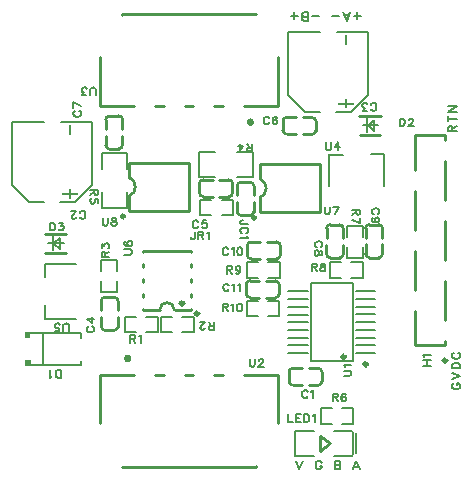
<source format=gto>
G04 Layer: TopSilkscreenLayer*
G04 EasyEDA Pro v2.1.35.b8f67982.0908df, 2023-11-24 13:13:42*
G04 Gerber Generator version 0.3*
G04 Scale: 100 percent, Rotated: No, Reflected: No*
G04 Dimensions in millimeters*
G04 Leading zeros omitted, absolute positions, 3 integers and 3 decimals*
%FSLAX33Y33*%
%MOMM*%
%ADD10C,0.203*%
%ADD11C,0.152*%
%ADD12C,0.127*%
%ADD13C,0.254*%
%ADD14C,0.2*%
%ADD15C,0.3007*%
%ADD16C,0.3*%
G75*


G04 Text Start*
G54D10*
G01X5385Y-18674D02*
G01X5652Y-19375D01*
G01X5918Y-18674D02*
G01X5652Y-19375D01*
G01X7529Y-18842D02*
G01X7496Y-18776D01*
G01X7430Y-18710D01*
G01X7361Y-18674D01*
G01X7229D01*
G01X7160Y-18710D01*
G01X7094Y-18776D01*
G01X7061Y-18842D01*
G01X7028Y-18941D01*
G01Y-19108D01*
G01X7061Y-19210D01*
G01X7094Y-19276D01*
G01X7160Y-19342D01*
G01X7229Y-19375D01*
G01X7361D01*
G01X7430Y-19342D01*
G01X7496Y-19276D01*
G01X7529Y-19210D01*
G01Y-19108D01*
G01X7361Y-19108D02*
G01X7529Y-19108D01*
G01X8639Y-18674D02*
G01X8639Y-19375D01*
G01X8639Y-18674D02*
G01X8938Y-18674D01*
G01X9040Y-18710D01*
G01X9073Y-18743D01*
G01X9106Y-18809D01*
G01Y-18875D01*
G01X9073Y-18941D01*
G01X9040Y-18976D01*
G01X8938Y-19009D01*
G01X8639Y-19009D02*
G01X8938Y-19009D01*
G01X9040Y-19042D01*
G01X9073Y-19075D01*
G01X9106Y-19141D01*
G01Y-19243D01*
G01X9073Y-19309D01*
G01X9040Y-19342D01*
G01X8938Y-19375D01*
G01X8639D01*
G01X10483Y-18674D02*
G01X10216Y-19375D01*
G01X10483Y-18674D02*
G01X10749Y-19375D01*
G01X10315Y-19141D02*
G01X10650Y-19141D01*
G01X10571Y18725D02*
G01X10571Y19324D01*
G01X10871Y19025D02*
G01X10272Y19025D01*
G01X9642Y18623D02*
G01X9909Y19324D01*
G01X9642Y18623D02*
G01X9375Y19324D01*
G01X9809Y19091D02*
G01X9474Y19091D01*
G01X9012Y19025D02*
G01X8412Y19025D01*
G01X7303Y19025D02*
G01X6703Y19025D01*
G01X6340Y18623D02*
G01X6340Y19324D01*
G01X6340Y18623D02*
G01X6040Y18623D01*
G01X5941Y18659D01*
G01X5906Y18692D01*
G01X5872Y18758D01*
G01Y18824D01*
G01X5906Y18890D01*
G01X5941Y18926D01*
G01X6040Y18959D01*
G01X6340Y18959D02*
G01X6040Y18959D01*
G01X5941Y18992D01*
G01X5906Y19025D01*
G01X5872Y19091D01*
G01Y19192D01*
G01X5906Y19258D01*
G01X5941Y19291D01*
G01X6040Y19324D01*
G01X6340D01*
G01X5210Y18725D02*
G01X5210Y19324D01*
G01X5509Y19025D02*
G01X4910Y19025D01*
G01X18740Y-12098D02*
G01X18674Y-12131D01*
G01X18608Y-12200D01*
G01X18572Y-12266D01*
G01Y-12398D01*
G01X18608Y-12466D01*
G01X18674Y-12532D01*
G01X18740Y-12565D01*
G01X18839Y-12598D01*
G01X19007D01*
G01X19108Y-12565D01*
G01X19174Y-12532D01*
G01X19241Y-12466D01*
G01X19274Y-12398D01*
G01Y-12266D01*
G01X19241Y-12200D01*
G01X19174Y-12131D01*
G01X19108Y-12098D01*
G01X19007D01*
G01X19007Y-12266D02*
G01X19007Y-12098D01*
G01X18572Y-11735D02*
G01X19274Y-11468D01*
G01X18572Y-11201D02*
G01X19274Y-11468D01*
G01X18572Y-10838D02*
G01X19274Y-10838D01*
G01X18572Y-10838D02*
G01X18572Y-10604D01*
G01X18608Y-10505D01*
G01X18674Y-10439D01*
G01X18740Y-10404D01*
G01X18839Y-10371D01*
G01X19007D01*
G01X19108Y-10404D01*
G01X19174Y-10439D01*
G01X19241Y-10505D01*
G01X19274Y-10604D01*
G01Y-10838D01*
G01X18740Y-9507D02*
G01X18674Y-9540D01*
G01X18608Y-9609D01*
G01X18572Y-9675D01*
G01Y-9807D01*
G01X18608Y-9876D01*
G01X18674Y-9942D01*
G01X18740Y-9975D01*
G01X18839Y-10008D01*
G01X19007D01*
G01X19108Y-9975D01*
G01X19174Y-9942D01*
G01X19241Y-9876D01*
G01X19274Y-9807D01*
G01Y-9675D01*
G01X19241Y-9609D01*
G01X19174Y-9540D01*
G01X19108Y-9507D01*
G01X18268Y9246D02*
G01X18969Y9246D01*
G01X18268Y9246D02*
G01X18268Y9545D01*
G01X18303Y9644D01*
G01X18336Y9680D01*
G01X18402Y9713D01*
G01X18468D01*
G01X18534Y9680D01*
G01X18570Y9644D01*
G01X18603Y9545D01*
G01Y9246D01*
G01X18603Y9479D02*
G01X18969Y9713D01*
G01X18268Y10310D02*
G01X18969Y10310D01*
G01X18268Y10076D02*
G01X18268Y10544D01*
G01X18268Y10907D02*
G01X18969Y10907D01*
G01X18268Y10907D02*
G01X18969Y11374D01*
G01X18268Y11374D02*
G01X18969Y11374D01*
G54D11*
G01X-14554Y-11610D02*
G01X-14554Y-10960D01*
G01X-14554Y-11610D02*
G01X-14770Y-11610D01*
G01X-14864Y-11580D01*
G01X-14925Y-11519D01*
G01X-14956Y-11455D01*
G01X-14989Y-11364D01*
G01Y-11209D01*
G01X-14956Y-11115D01*
G01X-14925Y-11054D01*
G01X-14864Y-10991D01*
G01X-14770Y-10960D01*
G01X-14554D01*
G01X-15291Y-11486D02*
G01X-15352Y-11519D01*
G01X-15443Y-11610D01*
G01Y-10960D01*
G01X3081Y10338D02*
G01X3051Y10401D01*
G01X2987Y10462D01*
G01X2926Y10493D01*
G01X2802D01*
G01X2741Y10462D01*
G01X2677Y10401D01*
G01X2647Y10338D01*
G01X2616Y10246D01*
G01Y10091D01*
G01X2647Y9997D01*
G01X2677Y9936D01*
G01X2741Y9873D01*
G01X2802Y9843D01*
G01X2926D01*
G01X2987Y9873D01*
G01X3051Y9936D01*
G01X3081Y9997D01*
G01X3754Y10401D02*
G01X3724Y10462D01*
G01X3630Y10493D01*
G01X3569D01*
G01X3475Y10462D01*
G01X3414Y10368D01*
G01X3383Y10216D01*
G01Y10061D01*
G01X3414Y9936D01*
G01X3475Y9873D01*
G01X3569Y9843D01*
G01X3599D01*
G01X3691Y9873D01*
G01X3754Y9936D01*
G01X3785Y10028D01*
G01Y10061D01*
G01X3754Y10152D01*
G01X3691Y10216D01*
G01X3599Y10246D01*
G01X3569D01*
G01X3475Y10216D01*
G01X3414Y10152D01*
G01X3383Y10061D01*
G01X7798Y2873D02*
G01X7798Y2408D01*
G01X7828Y2316D01*
G01X7892Y2253D01*
G01X7983Y2223D01*
G01X8047D01*
G01X8138Y2253D01*
G01X8199Y2316D01*
G01X8232Y2408D01*
G01Y2873D01*
G01X8966Y2873D02*
G01X8656Y2223D01*
G01X8534Y2873D02*
G01X8966Y2873D01*
G01X-10998Y1908D02*
G01X-10998Y1443D01*
G01X-10968Y1351D01*
G01X-10904Y1288D01*
G01X-10813Y1257D01*
G01X-10749D01*
G01X-10658Y1288D01*
G01X-10597Y1351D01*
G01X-10564Y1443D01*
G01Y1908D01*
G01X-10109Y1908D02*
G01X-10201Y1877D01*
G01X-10231Y1816D01*
G01Y1753D01*
G01X-10201Y1692D01*
G01X-10140Y1661D01*
G01X-10015Y1631D01*
G01X-9921Y1598D01*
G01X-9860Y1537D01*
G01X-9830Y1476D01*
G01Y1382D01*
G01X-9860Y1321D01*
G01X-9891Y1288D01*
G01X-9985Y1257D01*
G01X-10109D01*
G01X-10201Y1288D01*
G01X-10231Y1321D01*
G01X-10262Y1382D01*
G01Y1476D01*
G01X-10231Y1537D01*
G01X-10170Y1598D01*
G01X-10076Y1631D01*
G01X-9954Y1661D01*
G01X-9891Y1692D01*
G01X-9860Y1753D01*
G01Y1816D01*
G01X-9891Y1877D01*
G01X-9985Y1908D01*
G01X-10109D01*
G01X-3221Y739D02*
G01X-3221Y244D01*
G01X-3251Y152D01*
G01X-3282Y119D01*
G01X-3345Y89D01*
G01X-3406D01*
G01X-3470Y119D01*
G01X-3500Y152D01*
G01X-3531Y244D01*
G01Y307D01*
G01X-2918Y739D02*
G01X-2918Y89D01*
G01X-2918Y739D02*
G01X-2642Y739D01*
G01X-2548Y709D01*
G01X-2517Y678D01*
G01X-2487Y615D01*
G01Y554D01*
G01X-2517Y493D01*
G01X-2548Y462D01*
G01X-2642Y429D01*
G01X-2918D01*
G01X-2703Y429D02*
G01X-2487Y89D01*
G01X-2184Y615D02*
G01X-2123Y648D01*
G01X-2032Y739D01*
G01Y89D01*
G01X6349Y-12834D02*
G01X6319Y-12770D01*
G01X6255Y-12709D01*
G01X6194Y-12679D01*
G01X6070D01*
G01X6009Y-12709D01*
G01X5945Y-12770D01*
G01X5915Y-12834D01*
G01X5884Y-12925D01*
G01Y-13080D01*
G01X5915Y-13174D01*
G01X5945Y-13235D01*
G01X6009Y-13298D01*
G01X6070Y-13329D01*
G01X6194D01*
G01X6255Y-13298D01*
G01X6319Y-13235D01*
G01X6349Y-13174D01*
G01X6651Y-12803D02*
G01X6712Y-12770D01*
G01X6804Y-12679D01*
G01Y-13329D01*
G01X6680Y-1953D02*
G01X6680Y-2603D01*
G01X6680Y-1953D02*
G01X6960Y-1953D01*
G01X7051Y-1984D01*
G01X7082Y-2014D01*
G01X7115Y-2078D01*
G01Y-2139D01*
G01X7082Y-2200D01*
G01X7051Y-2230D01*
G01X6960Y-2263D01*
G01X6680D01*
G01X6896Y-2263D02*
G01X7115Y-2603D01*
G01X7569Y-1953D02*
G01X7478Y-1984D01*
G01X7447Y-2045D01*
G01Y-2108D01*
G01X7478Y-2169D01*
G01X7539Y-2200D01*
G01X7663Y-2230D01*
G01X7757Y-2263D01*
G01X7818Y-2324D01*
G01X7849Y-2385D01*
G01Y-2479D01*
G01X7818Y-2540D01*
G01X7788Y-2573D01*
G01X7694Y-2603D01*
G01X7569D01*
G01X7478Y-2573D01*
G01X7447Y-2540D01*
G01X7417Y-2479D01*
G01Y-2385D01*
G01X7447Y-2324D01*
G01X7508Y-2263D01*
G01X7602Y-2230D01*
G01X7724Y-2200D01*
G01X7788Y-2169D01*
G01X7818Y-2108D01*
G01Y-2045D01*
G01X7788Y-1984D01*
G01X7694Y-1953D01*
G01X7569D01*
G01X10772Y2616D02*
G01X10122Y2616D01*
G01X10772Y2616D02*
G01X10772Y2337D01*
G01X10742Y2245D01*
G01X10711Y2215D01*
G01X10648Y2182D01*
G01X10587D01*
G01X10526Y2215D01*
G01X10495Y2245D01*
G01X10462Y2337D01*
G01Y2616D01*
G01X10462Y2400D02*
G01X10122Y2182D01*
G01X10772Y1448D02*
G01X10122Y1758D01*
G01X10772Y1880D02*
G01X10772Y1448D01*
G01X7442Y-541D02*
G01X7506Y-511D01*
G01X7567Y-447D01*
G01X7597Y-386D01*
G01Y-262D01*
G01X7567Y-201D01*
G01X7506Y-137D01*
G01X7442Y-107D01*
G01X7351Y-76D01*
G01X7196D01*
G01X7102Y-107D01*
G01X7041Y-137D01*
G01X6977Y-201D01*
G01X6947Y-262D01*
G01Y-386D01*
G01X6977Y-447D01*
G01X7041Y-511D01*
G01X7102Y-541D01*
G01X7597Y-996D02*
G01X7567Y-904D01*
G01X7506Y-874D01*
G01X7442D01*
G01X7381Y-904D01*
G01X7351Y-965D01*
G01X7320Y-1090D01*
G01X7287Y-1184D01*
G01X7226Y-1245D01*
G01X7165Y-1275D01*
G01X7071D01*
G01X7010Y-1245D01*
G01X6977Y-1214D01*
G01X6947Y-1120D01*
G01Y-996D01*
G01X6977Y-904D01*
G01X7010Y-874D01*
G01X7071Y-843D01*
G01X7165D01*
G01X7226Y-874D01*
G01X7287Y-935D01*
G01X7320Y-1029D01*
G01X7351Y-1151D01*
G01X7381Y-1214D01*
G01X7442Y-1245D01*
G01X7506D01*
G01X7567Y-1214D01*
G01X7597Y-1120D01*
G01Y-996D01*
G01X12268Y2253D02*
G01X12332Y2283D01*
G01X12393Y2347D01*
G01X12423Y2408D01*
G01Y2532D01*
G01X12393Y2593D01*
G01X12332Y2657D01*
G01X12268Y2687D01*
G01X12177Y2718D01*
G01X12022D01*
G01X11928Y2687D01*
G01X11867Y2657D01*
G01X11803Y2593D01*
G01X11773Y2532D01*
G01Y2408D01*
G01X11803Y2347D01*
G01X11867Y2283D01*
G01X11928Y2253D01*
G01X12207Y1549D02*
G01X12113Y1580D01*
G01X12052Y1643D01*
G01X12022Y1735D01*
G01Y1765D01*
G01X12052Y1859D01*
G01X12113Y1920D01*
G01X12207Y1951D01*
G01X12238D01*
G01X12332Y1920D01*
G01X12393Y1859D01*
G01X12423Y1765D01*
G01Y1735D01*
G01X12393Y1643D01*
G01X12332Y1580D01*
G01X12207Y1549D01*
G01X12052D01*
G01X11897Y1580D01*
G01X11803Y1643D01*
G01X11773Y1735D01*
G01Y1798D01*
G01X11803Y1890D01*
G01X11867Y1920D01*
G01X-483Y-2156D02*
G01X-483Y-2807D01*
G01X-483Y-2156D02*
G01X-203Y-2156D01*
G01X-112Y-2187D01*
G01X-81Y-2217D01*
G01X-48Y-2281D01*
G01Y-2342D01*
G01X-81Y-2403D01*
G01X-112Y-2433D01*
G01X-203Y-2466D01*
G01X-483D01*
G01X-267Y-2466D02*
G01X-48Y-2807D01*
G01X655Y-2372D02*
G01X625Y-2466D01*
G01X561Y-2527D01*
G01X470Y-2558D01*
G01X439D01*
G01X345Y-2527D01*
G01X284Y-2466D01*
G01X254Y-2372D01*
G01Y-2342D01*
G01X284Y-2248D01*
G01X345Y-2187D01*
G01X439Y-2156D01*
G01X470D01*
G01X561Y-2187D01*
G01X625Y-2248D01*
G01X655Y-2372D01*
G01Y-2527D01*
G01X625Y-2682D01*
G01X561Y-2776D01*
G01X470Y-2807D01*
G01X406D01*
G01X315Y-2776D01*
G01X284Y-2713D01*
G01X-373Y-737D02*
G01X-404Y-673D01*
G01X-467Y-612D01*
G01X-528Y-582D01*
G01X-653D01*
G01X-714Y-612D01*
G01X-777Y-673D01*
G01X-808Y-737D01*
G01X-838Y-828D01*
G01Y-983D01*
G01X-808Y-1077D01*
G01X-777Y-1138D01*
G01X-714Y-1201D01*
G01X-653Y-1232D01*
G01X-528D01*
G01X-467Y-1201D01*
G01X-404Y-1138D01*
G01X-373Y-1077D01*
G01X-71Y-706D02*
G01X-10Y-673D01*
G01X81Y-582D01*
G01Y-1232D01*
G01X569Y-582D02*
G01X475Y-612D01*
G01X414Y-706D01*
G01X384Y-859D01*
G01Y-952D01*
G01X414Y-1107D01*
G01X475Y-1201D01*
G01X569Y-1232D01*
G01X630D01*
G01X724Y-1201D01*
G01X785Y-1107D01*
G01X815Y-952D01*
G01Y-859D01*
G01X785Y-706D01*
G01X724Y-612D01*
G01X630Y-582D01*
G01X569D01*
G01X-324Y-3810D02*
G01X-354Y-3746D01*
G01X-418Y-3686D01*
G01X-479Y-3655D01*
G01X-603D01*
G01X-664Y-3686D01*
G01X-728Y-3746D01*
G01X-758Y-3810D01*
G01X-789Y-3901D01*
G01Y-4056D01*
G01X-758Y-4150D01*
G01X-728Y-4211D01*
G01X-664Y-4275D01*
G01X-603Y-4305D01*
G01X-479D01*
G01X-418Y-4275D01*
G01X-354Y-4211D01*
G01X-324Y-4150D01*
G01X-21Y-3780D02*
G01X39Y-3746D01*
G01X131Y-3655D01*
G01Y-4305D01*
G01X433Y-3780D02*
G01X494Y-3746D01*
G01X586Y-3655D01*
G01Y-4305D01*
G01X4699Y-14704D02*
G01X4699Y-15354D01*
G01X4699Y-15354D02*
G01X5070Y-15354D01*
G01X5372Y-14704D02*
G01X5372Y-15354D01*
G01X5372Y-14704D02*
G01X5773Y-14704D01*
G01X5372Y-15014D02*
G01X5618Y-15014D01*
G01X5372Y-15354D02*
G01X5773Y-15354D01*
G01X6076Y-14704D02*
G01X6076Y-15354D01*
G01X6076Y-14704D02*
G01X6292Y-14704D01*
G01X6383Y-14735D01*
G01X6447Y-14795D01*
G01X6477Y-14859D01*
G01X6507Y-14950D01*
G01Y-15105D01*
G01X6477Y-15199D01*
G01X6447Y-15260D01*
G01X6383Y-15324D01*
G01X6292Y-15354D01*
G01X6076D01*
G01X6810Y-14829D02*
G01X6871Y-14795D01*
G01X6962Y-14704D01*
G01Y-15354D01*
G01X9387Y-11462D02*
G01X9852Y-11462D01*
G01X9943Y-11431D01*
G01X10007Y-11368D01*
G01X10037Y-11277D01*
G01Y-11213D01*
G01X10007Y-11122D01*
G01X9943Y-11061D01*
G01X9852Y-11028D01*
G01X9387D01*
G01X9512Y-10725D02*
G01X9479Y-10664D01*
G01X9387Y-10573D01*
G01X10037D01*
G01X-2913Y1549D02*
G01X-2944Y1613D01*
G01X-3007Y1674D01*
G01X-3068Y1704D01*
G01X-3193D01*
G01X-3254Y1674D01*
G01X-3317Y1613D01*
G01X-3348Y1549D01*
G01X-3378Y1458D01*
G01Y1303D01*
G01X-3348Y1209D01*
G01X-3317Y1148D01*
G01X-3254Y1085D01*
G01X-3193Y1054D01*
G01X-3068D01*
G01X-3007Y1085D01*
G01X-2944Y1148D01*
G01X-2913Y1209D01*
G01X-2240Y1704D02*
G01X-2550Y1704D01*
G01X-2581Y1427D01*
G01X-2550Y1458D01*
G01X-2459Y1488D01*
G01X-2365D01*
G01X-2271Y1458D01*
G01X-2210Y1394D01*
G01X-2179Y1303D01*
G01Y1240D01*
G01X-2210Y1148D01*
G01X-2271Y1085D01*
G01X-2365Y1054D01*
G01X-2459D01*
G01X-2550Y1085D01*
G01X-2581Y1118D01*
G01X-2611Y1179D01*
G01X1298Y1392D02*
G01X803Y1392D01*
G01X711Y1422D01*
G01X678Y1453D01*
G01X648Y1516D01*
G01Y1577D01*
G01X678Y1641D01*
G01X711Y1671D01*
G01X803Y1702D01*
G01X866D01*
G01X1143Y627D02*
G01X1207Y658D01*
G01X1267Y719D01*
G01X1298Y782D01*
G01Y904D01*
G01X1267Y968D01*
G01X1207Y1029D01*
G01X1143Y1059D01*
G01X1052Y1090D01*
G01X897D01*
G01X803Y1059D01*
G01X742Y1029D01*
G01X678Y968D01*
G01X648Y904D01*
G01Y782D01*
G01X678Y719D01*
G01X742Y658D01*
G01X803Y627D01*
G01X1173Y325D02*
G01X1207Y264D01*
G01X1298Y173D01*
G01X648D01*
G01X-13335Y10955D02*
G01X-13398Y10925D01*
G01X-13459Y10861D01*
G01X-13490Y10800D01*
G01Y10676D01*
G01X-13459Y10615D01*
G01X-13398Y10551D01*
G01X-13335Y10521D01*
G01X-13244Y10490D01*
G01X-13089D01*
G01X-12995Y10521D01*
G01X-12934Y10551D01*
G01X-12870Y10615D01*
G01X-12840Y10676D01*
G01Y10800D01*
G01X-12870Y10861D01*
G01X-12934Y10925D01*
G01X-12995Y10955D01*
G01X-13490Y11689D02*
G01X-12840Y11379D01*
G01X-13490Y11257D02*
G01X-13490Y11689D01*
G01X-11608Y12316D02*
G01X-11608Y12781D01*
G01X-11638Y12873D01*
G01X-11702Y12936D01*
G01X-11793Y12967D01*
G01X-11857D01*
G01X-11948Y12936D01*
G01X-12009Y12873D01*
G01X-12042Y12781D01*
G01Y12316D01*
G01X-12405Y12316D02*
G01X-12746Y12316D01*
G01X-12560Y12563D01*
G01X-12652D01*
G01X-12715Y12593D01*
G01X-12746Y12626D01*
G01X-12776Y12718D01*
G01Y12781D01*
G01X-12746Y12873D01*
G01X-12685Y12936D01*
G01X-12591Y12967D01*
G01X-12497D01*
G01X-12405Y12936D01*
G01X-12375Y12903D01*
G01X-12344Y12842D01*
G01X1448Y-10030D02*
G01X1448Y-10495D01*
G01X1478Y-10587D01*
G01X1542Y-10650D01*
G01X1633Y-10681D01*
G01X1697D01*
G01X1788Y-10650D01*
G01X1849Y-10587D01*
G01X1882Y-10495D01*
G01Y-10030D01*
G01X2215Y-10185D02*
G01X2215Y-10155D01*
G01X2245Y-10091D01*
G01X2276Y-10061D01*
G01X2337Y-10030D01*
G01X2461D01*
G01X2525Y-10061D01*
G01X2555Y-10091D01*
G01X2586Y-10155D01*
G01Y-10216D01*
G01X2555Y-10277D01*
G01X2492Y-10371D01*
G01X2184Y-10681D01*
G01X2616D01*
G01X-12936Y2007D02*
G01X-12906Y1943D01*
G01X-12842Y1882D01*
G01X-12781Y1852D01*
G01X-12657D01*
G01X-12596Y1882D01*
G01X-12532Y1943D01*
G01X-12502Y2007D01*
G01X-12471Y2098D01*
G01Y2253D01*
G01X-12502Y2347D01*
G01X-12532Y2408D01*
G01X-12596Y2471D01*
G01X-12657Y2502D01*
G01X-12781D01*
G01X-12842Y2471D01*
G01X-12906Y2408D01*
G01X-12936Y2347D01*
G01X-13269Y2007D02*
G01X-13269Y1976D01*
G01X-13299Y1913D01*
G01X-13330Y1882D01*
G01X-13391Y1852D01*
G01X-13515D01*
G01X-13579Y1882D01*
G01X-13609Y1913D01*
G01X-13640Y1976D01*
G01Y2037D01*
G01X-13609Y2098D01*
G01X-13546Y2192D01*
G01X-13238Y2502D01*
G01X-13670D01*
G01X11702Y11151D02*
G01X11732Y11087D01*
G01X11796Y11026D01*
G01X11857Y10996D01*
G01X11981D01*
G01X12042Y11026D01*
G01X12106Y11087D01*
G01X12136Y11151D01*
G01X12167Y11242D01*
G01Y11397D01*
G01X12136Y11491D01*
G01X12106Y11552D01*
G01X12042Y11615D01*
G01X11981Y11646D01*
G01X11857D01*
G01X11796Y11615D01*
G01X11732Y11552D01*
G01X11702Y11491D01*
G01X11339Y10996D02*
G01X10998Y10996D01*
G01X11184Y11242D01*
G01X11092D01*
G01X11029Y11273D01*
G01X10998Y11306D01*
G01X10968Y11397D01*
G01Y11460D01*
G01X10998Y11552D01*
G01X11059Y11615D01*
G01X11153Y11646D01*
G01X11247D01*
G01X11339Y11615D01*
G01X11369Y11582D01*
G01X11400Y11521D01*
G01X14148Y10319D02*
G01X14148Y9669D01*
G01X14148Y10319D02*
G01X14364Y10319D01*
G01X14458Y10289D01*
G01X14519Y10228D01*
G01X14549Y10164D01*
G01X14582Y10073D01*
G01Y9918D01*
G01X14549Y9824D01*
G01X14519Y9763D01*
G01X14458Y9699D01*
G01X14364Y9669D01*
G01X14148D01*
G01X14915Y10164D02*
G01X14915Y10195D01*
G01X14945Y10258D01*
G01X14976Y10289D01*
G01X15037Y10319D01*
G01X15161D01*
G01X15225Y10289D01*
G01X15255Y10258D01*
G01X15286Y10195D01*
G01Y10134D01*
G01X15255Y10073D01*
G01X15192Y9979D01*
G01X14884Y9669D01*
G01X15316D01*
G01X7899Y8308D02*
G01X7899Y7844D01*
G01X7930Y7752D01*
G01X7993Y7689D01*
G01X8085Y7658D01*
G01X8148D01*
G01X8240Y7689D01*
G01X8301Y7752D01*
G01X8334Y7844D01*
G01Y8308D01*
G01X8943Y8308D02*
G01X8636Y7877D01*
G01X9098D01*
G01X8943Y8308D02*
G01X8943Y7658D01*
G01X-13894Y-7654D02*
G01X-13894Y-7189D01*
G01X-13924Y-7097D01*
G01X-13988Y-7034D01*
G01X-14079Y-7003D01*
G01X-14143D01*
G01X-14234Y-7034D01*
G01X-14295Y-7097D01*
G01X-14328Y-7189D01*
G01Y-7654D01*
G01X-15001Y-7654D02*
G01X-14691Y-7654D01*
G01X-14661Y-7377D01*
G01X-14691Y-7407D01*
G01X-14783Y-7438D01*
G01X-14877D01*
G01X-14971Y-7407D01*
G01X-15032Y-7344D01*
G01X-15062Y-7252D01*
G01Y-7189D01*
G01X-15032Y-7097D01*
G01X-14971Y-7034D01*
G01X-14877Y-7003D01*
G01X-14783D01*
G01X-14691Y-7034D01*
G01X-14661Y-7067D01*
G01X-14630Y-7128D01*
G01X-1600Y-7546D02*
G01X-1600Y-6896D01*
G01X-1600Y-7546D02*
G01X-1880Y-7546D01*
G01X-1971Y-7516D01*
G01X-2002Y-7485D01*
G01X-2035Y-7422D01*
G01Y-7361D01*
G01X-2002Y-7300D01*
G01X-1971Y-7269D01*
G01X-1880Y-7236D01*
G01X-1600D01*
G01X-1816Y-7236D02*
G01X-2035Y-6896D01*
G01X-2367Y-7391D02*
G01X-2367Y-7422D01*
G01X-2398Y-7485D01*
G01X-2428Y-7516D01*
G01X-2489Y-7546D01*
G01X-2614D01*
G01X-2677Y-7516D01*
G01X-2708Y-7485D01*
G01X-2738Y-7422D01*
G01Y-7361D01*
G01X-2708Y-7300D01*
G01X-2644Y-7206D01*
G01X-2337Y-6896D01*
G01X-2769D01*
G01X-11102Y-1397D02*
G01X-10452Y-1397D01*
G01X-11102Y-1397D02*
G01X-11102Y-1118D01*
G01X-11072Y-1026D01*
G01X-11041Y-996D01*
G01X-10978Y-963D01*
G01X-10917D01*
G01X-10856Y-996D01*
G01X-10825Y-1026D01*
G01X-10792Y-1118D01*
G01Y-1397D01*
G01X-10792Y-1181D02*
G01X-10452Y-963D01*
G01X-11102Y-599D02*
G01X-11102Y-259D01*
G01X-10856Y-444D01*
G01Y-353D01*
G01X-10825Y-290D01*
G01X-10792Y-259D01*
G01X-10701Y-229D01*
G01X-10638D01*
G01X-10546Y-259D01*
G01X-10483Y-320D01*
G01X-10452Y-414D01*
G01Y-508D01*
G01X-10483Y-599D01*
G01X-10516Y-630D01*
G01X-10577Y-660D01*
G01X-11402Y4293D02*
G01X-12052Y4293D01*
G01X-11402Y4293D02*
G01X-11402Y4013D01*
G01X-11433Y3922D01*
G01X-11463Y3891D01*
G01X-11527Y3858D01*
G01X-11587D01*
G01X-11648Y3891D01*
G01X-11679Y3922D01*
G01X-11712Y4013D01*
G01Y4293D01*
G01X-11712Y4077D02*
G01X-12052Y3858D01*
G01X-11402Y3185D02*
G01X-11402Y3495D01*
G01X-11679Y3526D01*
G01X-11648Y3495D01*
G01X-11618Y3404D01*
G01Y3310D01*
G01X-11648Y3216D01*
G01X-11712Y3155D01*
G01X-11803Y3124D01*
G01X-11867D01*
G01X-11958Y3155D01*
G01X-12022Y3216D01*
G01X-12052Y3310D01*
G01Y3404D01*
G01X-12022Y3495D01*
G01X-11989Y3526D01*
G01X-11928Y3556D01*
G01X1651Y7541D02*
G01X1651Y8192D01*
G01X1651Y7541D02*
G01X1372Y7541D01*
G01X1280Y7572D01*
G01X1250Y7602D01*
G01X1217Y7666D01*
G01Y7727D01*
G01X1250Y7788D01*
G01X1280Y7818D01*
G01X1372Y7851D01*
G01X1651D01*
G01X1435Y7851D02*
G01X1217Y8192D01*
G01X607Y7541D02*
G01X914Y7973D01*
G01X452D01*
G01X607Y7541D02*
G01X607Y8192D01*
G01X-9172Y-1194D02*
G01X-8707Y-1194D01*
G01X-8616Y-1163D01*
G01X-8552Y-1100D01*
G01X-8522Y-1008D01*
G01Y-945D01*
G01X-8552Y-853D01*
G01X-8616Y-792D01*
G01X-8707Y-759D01*
G01X-9172D01*
G01X-9080Y-86D02*
G01X-9141Y-117D01*
G01X-9172Y-211D01*
G01Y-272D01*
G01X-9141Y-366D01*
G01X-9047Y-427D01*
G01X-8895Y-457D01*
G01X-8740D01*
G01X-8616Y-427D01*
G01X-8552Y-366D01*
G01X-8522Y-272D01*
G01Y-241D01*
G01X-8552Y-150D01*
G01X-8616Y-86D01*
G01X-8707Y-56D01*
G01X-8740D01*
G01X-8832Y-86D01*
G01X-8895Y-150D01*
G01X-8926Y-241D01*
G01Y-272D01*
G01X-8895Y-366D01*
G01X-8832Y-427D01*
G01X-8740Y-457D01*
G01X-15469Y1501D02*
G01X-15469Y851D01*
G01X-15469Y1501D02*
G01X-15253Y1501D01*
G01X-15159Y1471D01*
G01X-15098Y1410D01*
G01X-15067Y1346D01*
G01X-15034Y1255D01*
G01Y1100D01*
G01X-15067Y1006D01*
G01X-15098Y945D01*
G01X-15159Y881D01*
G01X-15253Y851D01*
G01X-15469D01*
G01X-14671Y1501D02*
G01X-14331Y1501D01*
G01X-14516Y1255D01*
G01X-14425D01*
G01X-14361Y1224D01*
G01X-14331Y1191D01*
G01X-14300Y1100D01*
G01Y1036D01*
G01X-14331Y945D01*
G01X-14392Y881D01*
G01X-14486Y851D01*
G01X-14580D01*
G01X-14671Y881D01*
G01X-14702Y914D01*
G01X-14732Y975D01*
G01X-8661Y-7998D02*
G01X-8661Y-8649D01*
G01X-8661Y-7998D02*
G01X-8382Y-7998D01*
G01X-8291Y-8029D01*
G01X-8260Y-8059D01*
G01X-8227Y-8123D01*
G01Y-8184D01*
G01X-8260Y-8245D01*
G01X-8291Y-8275D01*
G01X-8382Y-8308D01*
G01X-8661D01*
G01X-8445Y-8308D02*
G01X-8227Y-8649D01*
G01X-7925Y-8123D02*
G01X-7864Y-8090D01*
G01X-7772Y-7998D01*
G01Y-8649D01*
G01X-12217Y-7282D02*
G01X-12281Y-7313D01*
G01X-12342Y-7376D01*
G01X-12372Y-7437D01*
G01Y-7562D01*
G01X-12342Y-7623D01*
G01X-12281Y-7686D01*
G01X-12217Y-7717D01*
G01X-12126Y-7747D01*
G01X-11971D01*
G01X-11877Y-7717D01*
G01X-11816Y-7686D01*
G01X-11753Y-7623D01*
G01X-11722Y-7562D01*
G01Y-7437D01*
G01X-11753Y-7376D01*
G01X-11816Y-7313D01*
G01X-11877Y-7282D01*
G01X-12372Y-6673D02*
G01X-11941Y-6980D01*
G01Y-6518D01*
G01X-12372Y-6673D02*
G01X-11722Y-6673D01*
G01X8458Y-12977D02*
G01X8458Y-13627D01*
G01X8458Y-12977D02*
G01X8738Y-12977D01*
G01X8829Y-13007D01*
G01X8860Y-13038D01*
G01X8893Y-13101D01*
G01Y-13162D01*
G01X8860Y-13223D01*
G01X8829Y-13254D01*
G01X8738Y-13287D01*
G01X8458D01*
G01X8674Y-13287D02*
G01X8893Y-13627D01*
G01X9566Y-13068D02*
G01X9535Y-13007D01*
G01X9441Y-12977D01*
G01X9380D01*
G01X9286Y-13007D01*
G01X9225Y-13101D01*
G01X9195Y-13254D01*
G01Y-13409D01*
G01X9225Y-13533D01*
G01X9286Y-13597D01*
G01X9380Y-13627D01*
G01X9411D01*
G01X9502Y-13597D01*
G01X9566Y-13533D01*
G01X9596Y-13442D01*
G01Y-13409D01*
G01X9566Y-13317D01*
G01X9502Y-13254D01*
G01X9411Y-13223D01*
G01X9380D01*
G01X9286Y-13254D01*
G01X9225Y-13317D01*
G01X9195Y-13409D01*
G01X16114Y-10592D02*
G01X16764Y-10592D01*
G01X16114Y-10157D02*
G01X16764Y-10157D01*
G01X16424Y-10592D02*
G01X16424Y-10157D01*
G01X16238Y-9855D02*
G01X16205Y-9794D01*
G01X16114Y-9703D01*
G01X16764D01*
G01X-838Y-5357D02*
G01X-838Y-6007D01*
G01X-838Y-5357D02*
G01X-559Y-5357D01*
G01X-467Y-5387D01*
G01X-437Y-5418D01*
G01X-404Y-5481D01*
G01Y-5542D01*
G01X-437Y-5603D01*
G01X-467Y-5634D01*
G01X-559Y-5667D01*
G01X-838D01*
G01X-622Y-5667D02*
G01X-404Y-6007D01*
G01X-102Y-5481D02*
G01X-41Y-5448D01*
G01X51Y-5357D01*
G01Y-6007D01*
G01X538Y-5357D02*
G01X445Y-5387D01*
G01X384Y-5481D01*
G01X353Y-5634D01*
G01Y-5728D01*
G01X384Y-5883D01*
G01X445Y-5977D01*
G01X538Y-6007D01*
G01X599D01*
G01X693Y-5977D01*
G01X754Y-5883D01*
G01X785Y-5728D01*
G01Y-5634D01*
G01X754Y-5481D01*
G01X693Y-5387D01*
G01X599Y-5357D01*
G01X538D01*
G04 Text End*

G04 PolygonModel Start*
G54D12*
G01X10414Y-4307D02*
G01X12090Y-4307D01*
G01X10414Y-4958D02*
G01X12090Y-4958D01*
G01X10414Y-5610D02*
G01X12090Y-5610D01*
G01X10414Y-6262D02*
G01X12090Y-6262D01*
G01X10414Y-6913D02*
G01X12090Y-6913D01*
G01X10414Y-7565D02*
G01X12090Y-7565D01*
G01X10414Y-8217D02*
G01X12090Y-8217D01*
G01X10414Y-8868D02*
G01X12090Y-8868D01*
G01X10414Y-9520D02*
G01X12090Y-9520D01*
G01X4674Y-8228D02*
G01X6350Y-8228D01*
G01X4674Y-7576D02*
G01X6350Y-7576D01*
G01X4674Y-6925D02*
G01X6350Y-6925D01*
G01X4674Y-6273D02*
G01X6350Y-6273D01*
G01X4674Y-5621D02*
G01X6350Y-5621D01*
G01X4674Y-4970D02*
G01X6350Y-4970D01*
G01X4674Y-4318D02*
G01X6350Y-4318D01*
G01X4674Y-8880D02*
G01X6350Y-8880D01*
G01X4674Y-9531D02*
G01X6350Y-9531D01*
G54D11*
G01X-16051Y-7831D02*
G01X-16051Y-10559D01*
G01X-17470Y-10559D02*
G01X-12801Y-10559D01*
G01X-17492Y-7831D02*
G01X-12807Y-7849D01*
G01X-12807Y-10559D02*
G01X-12807Y-10208D01*
G01X-12807Y-7925D02*
G01X-12807Y-8275D01*
G36*
G01X-17124Y-7755D02*
G01X-17124Y-8232D01*
G01X-17581D01*
G01Y-7755D01*
G01X-17124D01*
G37*
G36*
G01X-17111Y-10635D02*
G01X-17111Y-10157D01*
G01X-17568D01*
G01Y-10635D01*
G01X-17111D01*
G37*
G54D13*
G01X7052Y10103D02*
G01X7052Y9303D01*
G01X5943Y10412D02*
G01X6743Y10412D01*
G01X5943Y8993D02*
G01X6743Y8993D01*
G01X5367Y10418D02*
G01X4567Y10418D01*
G01X4257Y10108D02*
G01X4257Y9308D01*
G01X5367Y8999D02*
G01X4567Y8999D01*
G01X4257Y10108D02*
G02X4567Y10418I310J0D01*
G01X4567Y8999D02*
G02X4257Y9308I0J310D01*
G01X6743Y10412D02*
G02X7052Y10103I0J-310D01*
G01X7052Y9303D02*
G02X6743Y8993I-310J0D01*
G01X2282Y6479D02*
G01X7382Y6479D01*
G01X7382Y6479D02*
G01X7382Y2379D01*
G01X7382Y2379D02*
G01X2282Y2379D01*
G01X2282Y5229D02*
G01X2282Y6479D01*
G01X2282Y3629D02*
G01X2282Y2379D01*
G01X2332Y5229D02*
G02X2332Y3629I-375J-800D01*
G01X-8798Y6589D02*
G01X-3698Y6589D01*
G01X-3698Y6589D02*
G01X-3698Y2489D01*
G01X-3698Y2489D02*
G01X-8799Y2489D01*
G01X-8798Y5339D02*
G01X-8798Y6589D01*
G01X-8798Y3739D02*
G01X-8798Y2489D01*
G01X-8748Y5339D02*
G02X-8748Y3739I-375J-800D01*
G54D11*
G01X-1791Y3458D02*
G01X-2749Y3458D01*
G01X-2749Y3458D02*
G01X-2749Y2136D01*
G01X-2749Y2136D02*
G01X-1791Y2136D01*
G01X-938Y3458D02*
G01X21Y3458D01*
G01X21Y3458D02*
G01X21Y2136D01*
G01X21Y2136D02*
G01X-938Y2136D01*
G54D13*
G01X7567Y-11138D02*
G01X7567Y-11938D01*
G01X6457Y-10828D02*
G01X7257Y-10828D01*
G01X6457Y-12248D02*
G01X7257Y-12248D01*
G01X5881Y-10823D02*
G01X5081Y-10823D01*
G01X4771Y-11133D02*
G01X4771Y-11932D01*
G01X5881Y-12242D02*
G01X5081Y-12242D01*
G01X4771Y-11133D02*
G02X5081Y-10823I310J0D01*
G01X5081Y-12242D02*
G02X4771Y-11932I0J310D01*
G01X7257Y-10828D02*
G02X7567Y-11138I0J-310D01*
G01X7567Y-11938D02*
G02X7257Y-12248I-310J0D01*
G54D11*
G01X10039Y-3154D02*
G01X10998Y-3154D01*
G01X10998Y-3154D02*
G01X10998Y-1832D01*
G01X10998Y-1832D02*
G01X10039Y-1832D01*
G01X9186Y-3154D02*
G01X8227Y-3154D01*
G01X8227Y-3154D02*
G01X8227Y-1832D01*
G01X8227Y-1832D02*
G01X9186Y-1832D01*
G01X10998Y307D02*
G01X10998Y1266D01*
G01X10998Y1266D02*
G01X9676Y1266D01*
G01X9676Y1266D02*
G01X9676Y307D01*
G01X10998Y-546D02*
G01X10998Y-1505D01*
G01X10998Y-1505D02*
G01X9676Y-1505D01*
G01X9676Y-1505D02*
G01X9676Y-546D01*
G54D13*
G01X9055Y-1459D02*
G01X8255Y-1459D01*
G01X9365Y-350D02*
G01X9365Y-1150D01*
G01X7945Y-350D02*
G01X7945Y-1150D01*
G01X9370Y226D02*
G01X9370Y1026D01*
G01X9061Y1336D02*
G01X8261Y1336D01*
G01X7951Y226D02*
G01X7951Y1026D01*
G01X9061Y1336D02*
G02X9370Y1026I0J-310D01*
G01X7951Y1026D02*
G02X8261Y1336I310J0D01*
G01X9365Y-1150D02*
G02X9055Y-1459I-310J0D01*
G01X8255Y-1459D02*
G02X7945Y-1150I0J310D01*
G01X12361Y-1447D02*
G01X11561Y-1447D01*
G01X12671Y-338D02*
G01X12671Y-1138D01*
G01X11252Y-338D02*
G01X11252Y-1138D01*
G01X12677Y238D02*
G01X12677Y1038D01*
G01X12367Y1348D02*
G01X11567Y1348D01*
G01X11257Y238D02*
G01X11257Y1038D01*
G01X12367Y1348D02*
G02X12677Y1038I0J-310D01*
G01X11257Y1038D02*
G02X11567Y1348I310J0D01*
G01X12671Y-1138D02*
G02X12361Y-1447I-310J0D01*
G01X11561Y-1447D02*
G02X11252Y-1138I0J310D01*
G54D11*
G01X2150Y-5099D02*
G01X1191Y-5099D01*
G01X1191Y-5099D02*
G01X1191Y-6421D01*
G01X1191Y-6421D02*
G01X2150Y-6421D01*
G01X3003Y-5099D02*
G01X3962Y-5099D01*
G01X3962Y-5099D02*
G01X3962Y-6421D01*
G01X3962Y-6421D02*
G01X3003Y-6421D01*
G01X3009Y-3149D02*
G01X3968Y-3149D01*
G01X3968Y-3149D02*
G01X3968Y-1828D01*
G01X3968Y-1828D02*
G01X3009Y-1828D01*
G01X2157Y-3149D02*
G01X1198Y-3149D01*
G01X1198Y-3149D02*
G01X1198Y-1828D01*
G01X1198Y-1828D02*
G01X2157Y-1828D01*
G54D13*
G01X1243Y-1229D02*
G01X1243Y-429D01*
G01X2353Y-1539D02*
G01X1553Y-1539D01*
G01X2353Y-119D02*
G01X1553Y-119D01*
G01X2929Y-1545D02*
G01X3729Y-1545D01*
G01X4039Y-1235D02*
G01X4039Y-435D01*
G01X2929Y-125D02*
G01X3729Y-125D01*
G01X4039Y-1235D02*
G02X3729Y-1545I-310J0D01*
G01X3729Y-125D02*
G02X4039Y-435I0J-310D01*
G01X1553Y-1539D02*
G02X1243Y-1229I0J310D01*
G01X1243Y-429D02*
G02X1553Y-119I310J0D01*
G01X1143Y-4521D02*
G01X1143Y-3721D01*
G01X2253Y-4831D02*
G01X1453Y-4831D01*
G01X2253Y-3411D02*
G01X1453Y-3411D01*
G01X2829Y-4837D02*
G01X3629Y-4837D01*
G01X3938Y-4527D02*
G01X3938Y-3727D01*
G01X2829Y-3417D02*
G01X3629Y-3417D01*
G01X3938Y-4527D02*
G02X3629Y-4837I-310J0D01*
G01X3629Y-3417D02*
G02X3938Y-3727I0J-310D01*
G01X1453Y-4831D02*
G02X1143Y-4521I0J310D01*
G01X1143Y-3721D02*
G02X1453Y-3411I310J0D01*
G01X7374Y-17806D02*
G01X7374Y-16536D01*
G01X7374Y-16536D02*
G01X7374Y-17806D01*
G01X7374Y-17806D02*
G01X8263Y-17171D01*
G01X8263Y-17171D02*
G01X7374Y-16536D01*
G54D11*
G01X6928Y-16132D02*
G01X5291Y-16132D01*
G01X5291Y-16132D02*
G01X5291Y-18210D01*
G01X5291Y-18210D02*
G01X6928Y-18210D01*
G01X8581Y-16132D02*
G01X10066Y-16132D01*
G01X10066Y-16132D02*
G01X10218Y-16285D01*
G01X10218Y-16285D02*
G01X10218Y-18057D01*
G01X10218Y-18057D02*
G01X10066Y-18210D01*
G01X10066Y-18210D02*
G01X8581Y-18210D01*
G36*
G01X10370Y-16285D02*
G01X10370Y-18057D01*
G01X10523D01*
G01Y-16285D01*
G01X10370D01*
G37*
G01X10157Y-10242D02*
G01X6614Y-10242D01*
G01X6614Y-10242D02*
G01X6614Y-3589D01*
G01X6614Y-3589D02*
G01X10157Y-3589D01*
G01X10157Y-3589D02*
G01X10157Y-10242D01*
G54D13*
G01X-2808Y4029D02*
G01X-2808Y4829D01*
G01X-1698Y3719D02*
G01X-2498Y3719D01*
G01X-1698Y5139D02*
G01X-2498Y5139D01*
G01X-1122Y3714D02*
G01X-322Y3714D01*
G01X-12Y4023D02*
G01X-12Y4823D01*
G01X-1122Y5133D02*
G01X-322Y5133D01*
G01X-12Y4023D02*
G02X-322Y3714I-310J0D01*
G01X-322Y5133D02*
G02X-12Y4823I0J-310D01*
G01X-2498Y3719D02*
G02X-2808Y4029I0J310D01*
G01X-2808Y4829D02*
G02X-2498Y5139I310J0D01*
G01X1478Y2139D02*
G01X678Y2139D01*
G01X1788Y3249D02*
G01X1788Y2449D01*
G01X369Y3249D02*
G01X369Y2449D01*
G01X1794Y3825D02*
G01X1794Y4625D01*
G01X1484Y4934D02*
G01X684Y4934D01*
G01X375Y3825D02*
G01X375Y4625D01*
G01X1484Y4934D02*
G02X1794Y4625I0J-310D01*
G01X374Y4625D02*
G02X684Y4934I310J0D01*
G01X1788Y2449D02*
G02X1478Y2139I-310J0D01*
G01X678Y2139D02*
G02X369Y2449I0J310D01*
G01X-9641Y7754D02*
G01X-10441Y7754D01*
G01X-9331Y8864D02*
G01X-9331Y8064D01*
G01X-10751Y8864D02*
G01X-10751Y8064D01*
G01X-9325Y9440D02*
G01X-9325Y10240D01*
G01X-9635Y10549D02*
G01X-10435Y10549D01*
G01X-10745Y9440D02*
G01X-10745Y10240D01*
G01X-9635Y10550D02*
G02X-9325Y10240I0J-310D01*
G01X-10745Y10240D02*
G02X-10435Y10550I310J0D01*
G01X-9331Y8064D02*
G02X-9641Y7754I-310J0D01*
G01X-10441Y7754D02*
G02X-10751Y8064I0J310D01*
G01X2011Y19204D02*
G01X-9389Y19204D01*
G01X-9389Y19204D02*
G01X-9389Y19104D01*
G01X-8320Y11404D02*
G01X-11189Y11404D01*
G01X-11189Y11404D02*
G01X-11189Y15504D01*
G01X-5820Y11404D02*
G01X-6558Y11404D01*
G01X-3320Y11404D02*
G01X-4058Y11404D01*
G01X-820Y11404D02*
G01X-1558Y11404D01*
G01X1111Y11404D02*
G01X942Y11404D01*
G01X1111Y11404D02*
G01X3811Y11404D01*
G01X3811Y11404D02*
G01X3811Y15504D01*
G01X-9389Y-19196D02*
G01X2011Y-19196D01*
G01X2011Y-19196D02*
G01X2011Y-19096D01*
G01X942Y-11396D02*
G01X3811Y-11396D01*
G01X3811Y-11396D02*
G01X3811Y-15496D01*
G01X-1558Y-11396D02*
G01X-820Y-11396D01*
G01X-4058Y-11396D02*
G01X-3320Y-11396D01*
G01X-6558Y-11396D02*
G01X-5820Y-11396D01*
G01X-8489Y-11396D02*
G01X-8320Y-11396D01*
G01X-8489Y-11396D02*
G01X-11189Y-11396D01*
G01X-11189Y-11396D02*
G01X-11189Y-15496D01*
G54D11*
G01X-14551Y10006D02*
G01X-11915Y10026D01*
G01X-11915Y10026D02*
G01X-11915Y4669D01*
G01X-11915Y4669D02*
G01X-13309Y3275D01*
G01X-13309Y3275D02*
G01X-14605Y3288D01*
G01X-15998Y10020D02*
G01X-18667Y10026D01*
G01X-18667Y10026D02*
G01X-18667Y4670D01*
G01X-18667Y4670D02*
G01X-17271Y3274D01*
G01X-17271Y3274D02*
G01X-15976Y3274D01*
G36*
G01X-14433Y3845D02*
G01X-13113Y3845D01*
G01Y4043D01*
G01X-14433D01*
G01Y3845D01*
G37*
G36*
G01X-13872Y3548D02*
G01X-13674Y3548D01*
G01Y4340D01*
G01X-13872D01*
G01Y3548D01*
G37*
G36*
G01X-13872Y9752D02*
G01X-13674Y9752D01*
G01Y8960D01*
G01X-13872D01*
G01Y9752D01*
G37*
G01X8821Y17636D02*
G01X11457Y17656D01*
G01X11457Y17656D02*
G01X11457Y12300D01*
G01X11457Y12300D02*
G01X10063Y10905D01*
G01X10063Y10905D02*
G01X8767Y10918D01*
G01X7374Y17650D02*
G01X4705Y17657D01*
G01X4705Y17657D02*
G01X4705Y12301D01*
G01X4705Y12301D02*
G01X6101Y10905D01*
G01X6101Y10905D02*
G01X7396Y10905D01*
G36*
G01X8939Y11476D02*
G01X10259Y11476D01*
G01Y11674D01*
G01X8939D01*
G01Y11476D01*
G37*
G36*
G01X9500Y11179D02*
G01X9698Y11179D01*
G01Y11971D01*
G01X9500D01*
G01Y11179D01*
G37*
G36*
G01X9500Y17383D02*
G01X9698Y17383D01*
G01Y16591D01*
G01X9500D01*
G01Y17383D01*
G37*
G54D13*
G01X10733Y10550D02*
G01X12533Y10550D01*
G01X10755Y8950D02*
G01X12511Y8950D01*
G54D14*
G01X11506Y9750D02*
G01X11989Y10232D01*
G01X11989Y10232D02*
G01X11989Y9267D01*
G01X11989Y9267D02*
G01X11532Y9724D01*
G01X11405Y10334D02*
G01X11405Y9216D01*
G01X11024Y9750D02*
G01X12319Y9750D01*
G54D11*
G01X8176Y7278D02*
G01X9325Y7278D01*
G01X8176Y4631D02*
G01X8176Y7284D01*
G01X12828Y4631D02*
G01X12828Y7284D01*
G01X12828Y7284D02*
G01X11680Y7284D01*
G01X-15892Y-6632D02*
G01X-15892Y-5483D01*
G01X-13244Y-6632D02*
G01X-15897Y-6632D01*
G01X-13244Y-1980D02*
G01X-15897Y-1980D01*
G01X-15897Y-1980D02*
G01X-15897Y-3129D01*
G01X-5100Y-6465D02*
G01X-6059Y-6465D01*
G01X-6059Y-6465D02*
G01X-6059Y-7786D01*
G01X-6059Y-7786D02*
G01X-5100Y-7786D01*
G01X-4247Y-6465D02*
G01X-3289Y-6465D01*
G01X-3289Y-6465D02*
G01X-3289Y-7786D01*
G01X-3289Y-7786D02*
G01X-4247Y-7786D01*
G01X-9799Y-2571D02*
G01X-9799Y-1612D01*
G01X-9799Y-1612D02*
G01X-11121Y-1612D01*
G01X-11121Y-1612D02*
G01X-11121Y-2571D01*
G01X-9799Y-3423D02*
G01X-9799Y-4382D01*
G01X-9799Y-4382D02*
G01X-11121Y-4382D01*
G01X-11121Y-4382D02*
G01X-11121Y-3423D01*
G01X-11090Y4134D02*
G01X-11090Y2774D01*
G01X-11090Y2774D02*
G01X-8932Y2774D01*
G01X-8932Y2774D02*
G01X-8932Y4134D01*
G01X-11090Y6036D02*
G01X-11090Y7396D01*
G01X-11090Y7396D02*
G01X-8932Y7396D01*
G01X-8932Y7396D02*
G01X-8932Y6036D01*
G01X-1505Y7531D02*
G01X-2865Y7531D01*
G01X-2865Y7531D02*
G01X-2865Y5373D01*
G01X-2865Y5373D02*
G01X-1505Y5373D01*
G01X397Y7531D02*
G01X1757Y7531D01*
G01X1757Y7531D02*
G01X1757Y5373D01*
G01X1757Y5373D02*
G01X397Y5373D01*
G54D13*
G01X-3555Y-5904D02*
G01X-4920Y-5904D01*
G01X-7555Y-5904D02*
G01X-6190Y-5904D01*
G01X-7555Y-904D02*
G01X-3555Y-904D01*
G01X-3555Y-982D02*
G01X-3555Y-904D01*
G01X-3555Y-2252D02*
G01X-3555Y-2015D01*
G01X-3555Y-3522D02*
G01X-3555Y-3285D01*
G01X-3555Y-4792D02*
G01X-3555Y-4555D01*
G01X-3555Y-5904D02*
G01X-3555Y-5825D01*
G01X-7555Y-982D02*
G01X-7555Y-904D01*
G01X-7555Y-2252D02*
G01X-7555Y-2015D01*
G01X-7555Y-3522D02*
G01X-7555Y-3285D01*
G01X-7555Y-4792D02*
G01X-7555Y-4555D01*
G01X-7555Y-5904D02*
G01X-7555Y-5825D01*
G01X-4920Y-5904D02*
G03X-6190Y-5903I-635J0D01*
G01X-15887Y555D02*
G01X-14087Y555D01*
G01X-15865Y-1045D02*
G01X-14109Y-1045D01*
G54D14*
G01X-15114Y-245D02*
G01X-14631Y237D01*
G01X-14631Y237D02*
G01X-14631Y-728D01*
G01X-14631Y-728D02*
G01X-15088Y-271D01*
G01X-15215Y339D02*
G01X-15215Y-779D01*
G01X-15596Y-245D02*
G01X-14301Y-245D01*
G54D11*
G01X-8166Y-6450D02*
G01X-9125Y-6450D01*
G01X-9125Y-6450D02*
G01X-9125Y-7771D01*
G01X-9125Y-7771D02*
G01X-8166Y-7771D01*
G01X-7314Y-6450D02*
G01X-6355Y-6450D01*
G01X-6355Y-6450D02*
G01X-6355Y-7771D01*
G01X-6355Y-7771D02*
G01X-7314Y-7771D01*
G54D13*
G01X-10012Y-7598D02*
G01X-10812Y-7598D01*
G01X-9702Y-6489D02*
G01X-9702Y-7289D01*
G01X-11122Y-6489D02*
G01X-11122Y-7289D01*
G01X-9696Y-5913D02*
G01X-9696Y-5113D01*
G01X-10006Y-4803D02*
G01X-10806Y-4803D01*
G01X-11116Y-5913D02*
G01X-11116Y-5113D01*
G01X-10006Y-4803D02*
G02X-9696Y-5113I0J-310D01*
G01X-11116Y-5113D02*
G02X-10806Y-4803I310J0D01*
G01X-9702Y-7288D02*
G02X-10012Y-7598I-310J0D01*
G01X-10812Y-7598D02*
G02X-11122Y-7288I0J310D01*
G54D11*
G01X9259Y-15545D02*
G01X10218Y-15545D01*
G01X10218Y-15545D02*
G01X10218Y-14224D01*
G01X10218Y-14224D02*
G01X9259Y-14224D01*
G01X8407Y-15545D02*
G01X7448Y-15545D01*
G01X7448Y-15545D02*
G01X7448Y-14224D01*
G01X7448Y-14224D02*
G01X8407Y-14224D01*
G54D13*
G01X15430Y5946D02*
G01X15430Y8890D01*
G01X17970Y8486D02*
G01X17970Y8890D01*
G01X15430Y8890D02*
G01X17970Y8890D01*
G01X15430Y866D02*
G01X15430Y4214D01*
G01X17970Y6754D02*
G01X17970Y3406D01*
G01X17970Y-8890D02*
G01X15430Y-8890D01*
G01X17970Y-8486D02*
G01X17970Y-8890D01*
G01X17970Y-3406D02*
G01X17970Y-6754D01*
G01X17970Y1674D02*
G01X17970Y-1674D01*
G01X15430Y-4214D02*
G01X15430Y-866D01*
G01X15430Y-8890D02*
G01X15430Y-5946D01*
G04 PolygonModel End*

G04 Circle Start*
G01X1632Y1929D02*
G03X1972Y1929I170J0D01*
G03X1632I-170J0D01*
G01X-9449Y2039D02*
G03X-9108Y2039I170J0D01*
G03X-9449I-170J0D01*
G54D16*
G01X9255Y-9840D02*
G03X9555Y-9840I150J0D01*
G03X9255I-150J0D01*
G01X11106Y-10475D02*
G03X11407Y-10475I150J0D01*
G03X11106I-150J0D01*
G54D13*
G01X1311Y10004D02*
G03X1711Y10004I200J0D01*
G03X1311I-200J0D01*
G01X-9089Y-9996D02*
G03X-8689Y-9996I200J0D01*
G03X-9089I-200J0D01*
G54D16*
G01X-4435Y-5309D02*
G03X-4135Y-5309I150J0D01*
G03X-4435I-150J0D01*
G01X-3165Y-6198D02*
G03X-2865Y-6198I150J0D01*
G03X-3165I-150J0D01*
G01X17820Y-10160D02*
G03X18120Y-10160I150J0D01*
G03X17820I-150J0D01*
G04 Circle End*

M02*

</source>
